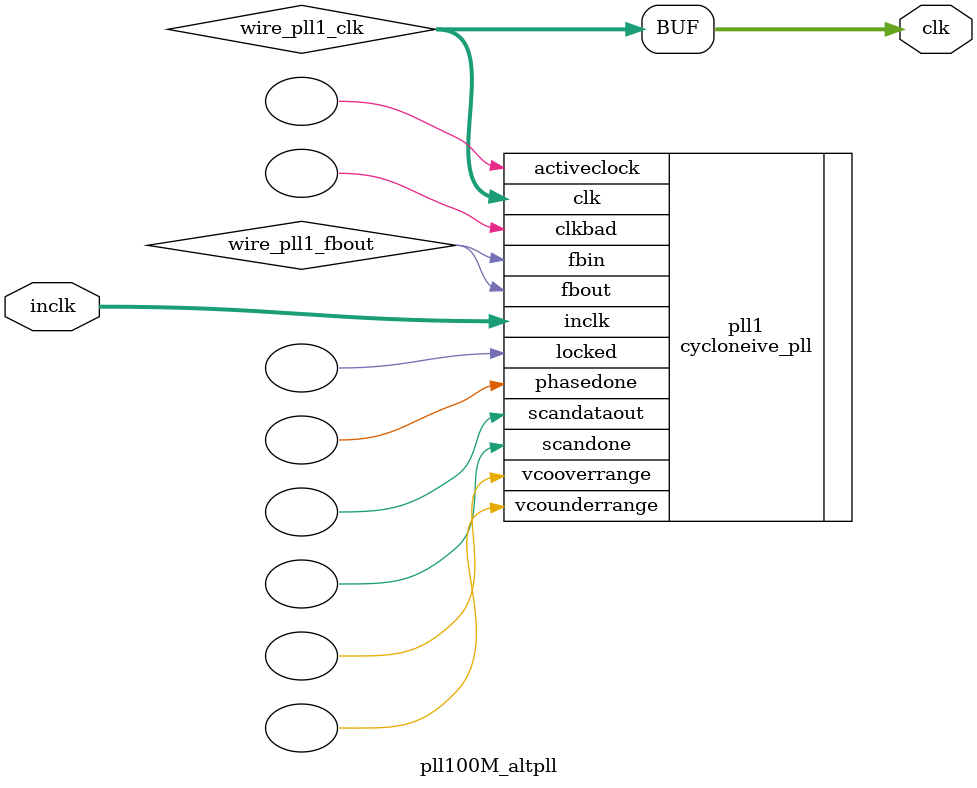
<source format=v>






//synthesis_resources = cycloneive_pll 1 
//synopsys translate_off
`timescale 1 ps / 1 ps
//synopsys translate_on
module  pll100M_altpll
	( 
	clk,
	inclk) /* synthesis synthesis_clearbox=1 */;
	output   [4:0]  clk;
	input   [1:0]  inclk;
`ifndef ALTERA_RESERVED_QIS
// synopsys translate_off
`endif
	tri0   [1:0]  inclk;
`ifndef ALTERA_RESERVED_QIS
// synopsys translate_on
`endif

	wire  [4:0]   wire_pll1_clk;
	wire  wire_pll1_fbout;

	cycloneive_pll   pll1
	( 
	.activeclock(),
	.clk(wire_pll1_clk),
	.clkbad(),
	.fbin(wire_pll1_fbout),
	.fbout(wire_pll1_fbout),
	.inclk(inclk),
	.locked(),
	.phasedone(),
	.scandataout(),
	.scandone(),
	.vcooverrange(),
	.vcounderrange()
	`ifndef FORMAL_VERIFICATION
	// synopsys translate_off
	`endif
	,
	.areset(1'b0),
	.clkswitch(1'b0),
	.configupdate(1'b0),
	.pfdena(1'b1),
	.phasecounterselect({3{1'b0}}),
	.phasestep(1'b0),
	.phaseupdown(1'b0),
	.scanclk(1'b0),
	.scanclkena(1'b1),
	.scandata(1'b0)
	`ifndef FORMAL_VERIFICATION
	// synopsys translate_on
	`endif
	);
	defparam
		pll1.bandwidth_type = "auto",
		pll1.clk0_divide_by = 1,
		pll1.clk0_duty_cycle = 50,
		pll1.clk0_multiply_by = 2,
		pll1.clk0_phase_shift = "0",
		pll1.compensate_clock = "clk0",
		pll1.inclk0_input_frequency = 20000,
		pll1.operation_mode = "normal",
		pll1.pll_type = "auto",
		pll1.lpm_type = "cycloneive_pll";
	assign
		clk = {wire_pll1_clk[4:0]};
endmodule //pll100M_altpll
//VALID FILE

</source>
